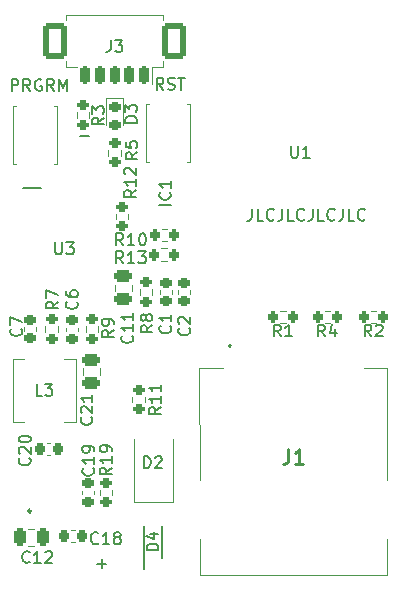
<source format=gto>
%TF.GenerationSoftware,KiCad,Pcbnew,6.0.7-f9a2dced07~116~ubuntu20.04.1*%
%TF.CreationDate,2022-09-12T22:11:20+02:00*%
%TF.ProjectId,han_to_wifi_board,68616e5f-746f-45f7-9769-66695f626f61,rev?*%
%TF.SameCoordinates,Original*%
%TF.FileFunction,Legend,Top*%
%TF.FilePolarity,Positive*%
%FSLAX46Y46*%
G04 Gerber Fmt 4.6, Leading zero omitted, Abs format (unit mm)*
G04 Created by KiCad (PCBNEW 6.0.7-f9a2dced07~116~ubuntu20.04.1) date 2022-09-12 22:11:20*
%MOMM*%
%LPD*%
G01*
G04 APERTURE LIST*
G04 Aperture macros list*
%AMRoundRect*
0 Rectangle with rounded corners*
0 $1 Rounding radius*
0 $2 $3 $4 $5 $6 $7 $8 $9 X,Y pos of 4 corners*
0 Add a 4 corners polygon primitive as box body*
4,1,4,$2,$3,$4,$5,$6,$7,$8,$9,$2,$3,0*
0 Add four circle primitives for the rounded corners*
1,1,$1+$1,$2,$3*
1,1,$1+$1,$4,$5*
1,1,$1+$1,$6,$7*
1,1,$1+$1,$8,$9*
0 Add four rect primitives between the rounded corners*
20,1,$1+$1,$2,$3,$4,$5,0*
20,1,$1+$1,$4,$5,$6,$7,0*
20,1,$1+$1,$6,$7,$8,$9,0*
20,1,$1+$1,$8,$9,$2,$3,0*%
G04 Aperture macros list end*
%ADD10C,0.150000*%
%ADD11C,0.254000*%
%ADD12C,0.200000*%
%ADD13C,0.120000*%
%ADD14C,0.100000*%
%ADD15C,0.250000*%
%ADD16R,1.550000X0.650000*%
%ADD17RoundRect,0.200000X-0.275000X0.200000X-0.275000X-0.200000X0.275000X-0.200000X0.275000X0.200000X0*%
%ADD18RoundRect,0.200000X0.200000X0.275000X-0.200000X0.275000X-0.200000X-0.275000X0.200000X-0.275000X0*%
%ADD19RoundRect,0.250000X0.475000X-0.250000X0.475000X0.250000X-0.475000X0.250000X-0.475000X-0.250000X0*%
%ADD20RoundRect,0.200000X-0.200000X-0.275000X0.200000X-0.275000X0.200000X0.275000X-0.200000X0.275000X0*%
%ADD21R,0.800000X1.150000*%
%ADD22RoundRect,0.225000X-0.250000X0.225000X-0.250000X-0.225000X0.250000X-0.225000X0.250000X0.225000X0*%
%ADD23RoundRect,0.218750X-0.256250X0.218750X-0.256250X-0.218750X0.256250X-0.218750X0.256250X0.218750X0*%
%ADD24R,2.500000X1.000000*%
%ADD25R,1.000000X1.800000*%
%ADD26C,1.524000*%
%ADD27RoundRect,0.250000X-0.250000X-0.475000X0.250000X-0.475000X0.250000X0.475000X-0.250000X0.475000X0*%
%ADD28R,1.800000X2.500000*%
%ADD29RoundRect,0.225000X0.250000X-0.225000X0.250000X0.225000X-0.250000X0.225000X-0.250000X-0.225000X0*%
%ADD30R,1.000000X1.450000*%
%ADD31RoundRect,0.200000X0.275000X-0.200000X0.275000X0.200000X-0.275000X0.200000X-0.275000X-0.200000X0*%
%ADD32R,0.760000X4.750000*%
%ADD33R,2.240000X3.510000*%
%ADD34R,0.600000X1.200000*%
%ADD35RoundRect,0.225000X-0.225000X-0.250000X0.225000X-0.250000X0.225000X0.250000X-0.225000X0.250000X0*%
%ADD36R,2.790000X1.903000*%
%ADD37R,0.300000X0.850000*%
%ADD38R,0.850000X0.300000*%
%ADD39R,1.250000X1.250000*%
%ADD40RoundRect,0.225000X0.225000X0.250000X-0.225000X0.250000X-0.225000X-0.250000X0.225000X-0.250000X0*%
%ADD41RoundRect,0.250000X-0.475000X0.250000X-0.475000X-0.250000X0.475000X-0.250000X0.475000X0.250000X0*%
%ADD42RoundRect,0.200000X0.200000X0.600000X-0.200000X0.600000X-0.200000X-0.600000X0.200000X-0.600000X0*%
%ADD43RoundRect,0.250001X0.799999X1.249999X-0.799999X1.249999X-0.799999X-1.249999X0.799999X-1.249999X0*%
G04 APERTURE END LIST*
D10*
X135980952Y-41452380D02*
X135980952Y-42166666D01*
X135933333Y-42309523D01*
X135838095Y-42404761D01*
X135695238Y-42452380D01*
X135600000Y-42452380D01*
X136933333Y-42452380D02*
X136457142Y-42452380D01*
X136457142Y-41452380D01*
X137838095Y-42357142D02*
X137790476Y-42404761D01*
X137647619Y-42452380D01*
X137552380Y-42452380D01*
X137409523Y-42404761D01*
X137314285Y-42309523D01*
X137266666Y-42214285D01*
X137219047Y-42023809D01*
X137219047Y-41880952D01*
X137266666Y-41690476D01*
X137314285Y-41595238D01*
X137409523Y-41500000D01*
X137552380Y-41452380D01*
X137647619Y-41452380D01*
X137790476Y-41500000D01*
X137838095Y-41547619D01*
X138552380Y-41452380D02*
X138552380Y-42166666D01*
X138504761Y-42309523D01*
X138409523Y-42404761D01*
X138266666Y-42452380D01*
X138171428Y-42452380D01*
X139504761Y-42452380D02*
X139028571Y-42452380D01*
X139028571Y-41452380D01*
X140409523Y-42357142D02*
X140361904Y-42404761D01*
X140219047Y-42452380D01*
X140123809Y-42452380D01*
X139980952Y-42404761D01*
X139885714Y-42309523D01*
X139838095Y-42214285D01*
X139790476Y-42023809D01*
X139790476Y-41880952D01*
X139838095Y-41690476D01*
X139885714Y-41595238D01*
X139980952Y-41500000D01*
X140123809Y-41452380D01*
X140219047Y-41452380D01*
X140361904Y-41500000D01*
X140409523Y-41547619D01*
X141123809Y-41452380D02*
X141123809Y-42166666D01*
X141076190Y-42309523D01*
X140980952Y-42404761D01*
X140838095Y-42452380D01*
X140742857Y-42452380D01*
X142076190Y-42452380D02*
X141600000Y-42452380D01*
X141600000Y-41452380D01*
X142980952Y-42357142D02*
X142933333Y-42404761D01*
X142790476Y-42452380D01*
X142695238Y-42452380D01*
X142552380Y-42404761D01*
X142457142Y-42309523D01*
X142409523Y-42214285D01*
X142361904Y-42023809D01*
X142361904Y-41880952D01*
X142409523Y-41690476D01*
X142457142Y-41595238D01*
X142552380Y-41500000D01*
X142695238Y-41452380D01*
X142790476Y-41452380D01*
X142933333Y-41500000D01*
X142980952Y-41547619D01*
X143695238Y-41452380D02*
X143695238Y-42166666D01*
X143647619Y-42309523D01*
X143552380Y-42404761D01*
X143409523Y-42452380D01*
X143314285Y-42452380D01*
X144647619Y-42452380D02*
X144171428Y-42452380D01*
X144171428Y-41452380D01*
X145552380Y-42357142D02*
X145504761Y-42404761D01*
X145361904Y-42452380D01*
X145266666Y-42452380D01*
X145123809Y-42404761D01*
X145028571Y-42309523D01*
X144980952Y-42214285D01*
X144933333Y-42023809D01*
X144933333Y-41880952D01*
X144980952Y-41690476D01*
X145028571Y-41595238D01*
X145123809Y-41500000D01*
X145266666Y-41452380D01*
X145361904Y-41452380D01*
X145504761Y-41500000D01*
X145552380Y-41547619D01*
%TO.C,U3*%
X119329295Y-44308780D02*
X119329295Y-45118304D01*
X119376914Y-45213542D01*
X119424533Y-45261161D01*
X119519771Y-45308780D01*
X119710247Y-45308780D01*
X119805485Y-45261161D01*
X119853104Y-45213542D01*
X119900723Y-45118304D01*
X119900723Y-44308780D01*
X120281676Y-44308780D02*
X120900723Y-44308780D01*
X120567390Y-44689733D01*
X120710247Y-44689733D01*
X120805485Y-44737352D01*
X120853104Y-44784971D01*
X120900723Y-44880209D01*
X120900723Y-45118304D01*
X120853104Y-45213542D01*
X120805485Y-45261161D01*
X120710247Y-45308780D01*
X120424533Y-45308780D01*
X120329295Y-45261161D01*
X120281676Y-45213542D01*
%TO.C,R7*%
X119578380Y-49315666D02*
X119102190Y-49649000D01*
X119578380Y-49887095D02*
X118578380Y-49887095D01*
X118578380Y-49506142D01*
X118626000Y-49410904D01*
X118673619Y-49363285D01*
X118768857Y-49315666D01*
X118911714Y-49315666D01*
X119006952Y-49363285D01*
X119054571Y-49410904D01*
X119102190Y-49506142D01*
X119102190Y-49887095D01*
X118578380Y-48982333D02*
X118578380Y-48315666D01*
X119578380Y-48744238D01*
%TO.C,R2*%
X146086533Y-52268380D02*
X145753200Y-51792190D01*
X145515104Y-52268380D02*
X145515104Y-51268380D01*
X145896057Y-51268380D01*
X145991295Y-51316000D01*
X146038914Y-51363619D01*
X146086533Y-51458857D01*
X146086533Y-51601714D01*
X146038914Y-51696952D01*
X145991295Y-51744571D01*
X145896057Y-51792190D01*
X145515104Y-51792190D01*
X146467485Y-51363619D02*
X146515104Y-51316000D01*
X146610342Y-51268380D01*
X146848438Y-51268380D01*
X146943676Y-51316000D01*
X146991295Y-51363619D01*
X147038914Y-51458857D01*
X147038914Y-51554095D01*
X146991295Y-51696952D01*
X146419866Y-52268380D01*
X147038914Y-52268380D01*
%TO.C,R10*%
X125087142Y-44546780D02*
X124753809Y-44070590D01*
X124515714Y-44546780D02*
X124515714Y-43546780D01*
X124896666Y-43546780D01*
X124991904Y-43594400D01*
X125039523Y-43642019D01*
X125087142Y-43737257D01*
X125087142Y-43880114D01*
X125039523Y-43975352D01*
X124991904Y-44022971D01*
X124896666Y-44070590D01*
X124515714Y-44070590D01*
X126039523Y-44546780D02*
X125468095Y-44546780D01*
X125753809Y-44546780D02*
X125753809Y-43546780D01*
X125658571Y-43689638D01*
X125563333Y-43784876D01*
X125468095Y-43832495D01*
X126658571Y-43546780D02*
X126753809Y-43546780D01*
X126849047Y-43594400D01*
X126896666Y-43642019D01*
X126944285Y-43737257D01*
X126991904Y-43927733D01*
X126991904Y-44165828D01*
X126944285Y-44356304D01*
X126896666Y-44451542D01*
X126849047Y-44499161D01*
X126753809Y-44546780D01*
X126658571Y-44546780D01*
X126563333Y-44499161D01*
X126515714Y-44451542D01*
X126468095Y-44356304D01*
X126420476Y-44165828D01*
X126420476Y-43927733D01*
X126468095Y-43737257D01*
X126515714Y-43642019D01*
X126563333Y-43594400D01*
X126658571Y-43546780D01*
%TO.C,C21*%
X122378742Y-59113657D02*
X122426361Y-59161276D01*
X122473980Y-59304133D01*
X122473980Y-59399371D01*
X122426361Y-59542228D01*
X122331123Y-59637466D01*
X122235885Y-59685085D01*
X122045409Y-59732704D01*
X121902552Y-59732704D01*
X121712076Y-59685085D01*
X121616838Y-59637466D01*
X121521600Y-59542228D01*
X121473980Y-59399371D01*
X121473980Y-59304133D01*
X121521600Y-59161276D01*
X121569219Y-59113657D01*
X121569219Y-58732704D02*
X121521600Y-58685085D01*
X121473980Y-58589847D01*
X121473980Y-58351752D01*
X121521600Y-58256514D01*
X121569219Y-58208895D01*
X121664457Y-58161276D01*
X121759695Y-58161276D01*
X121902552Y-58208895D01*
X122473980Y-58780323D01*
X122473980Y-58161276D01*
X122473980Y-57208895D02*
X122473980Y-57780323D01*
X122473980Y-57494609D02*
X121473980Y-57494609D01*
X121616838Y-57589847D01*
X121712076Y-57685085D01*
X121759695Y-57780323D01*
%TO.C,R13*%
X125087142Y-46070780D02*
X124753809Y-45594590D01*
X124515714Y-46070780D02*
X124515714Y-45070780D01*
X124896666Y-45070780D01*
X124991904Y-45118400D01*
X125039523Y-45166019D01*
X125087142Y-45261257D01*
X125087142Y-45404114D01*
X125039523Y-45499352D01*
X124991904Y-45546971D01*
X124896666Y-45594590D01*
X124515714Y-45594590D01*
X126039523Y-46070780D02*
X125468095Y-46070780D01*
X125753809Y-46070780D02*
X125753809Y-45070780D01*
X125658571Y-45213638D01*
X125563333Y-45308876D01*
X125468095Y-45356495D01*
X126372857Y-45070780D02*
X126991904Y-45070780D01*
X126658571Y-45451733D01*
X126801428Y-45451733D01*
X126896666Y-45499352D01*
X126944285Y-45546971D01*
X126991904Y-45642209D01*
X126991904Y-45880304D01*
X126944285Y-45975542D01*
X126896666Y-46023161D01*
X126801428Y-46070780D01*
X126515714Y-46070780D01*
X126420476Y-46023161D01*
X126372857Y-45975542D01*
%TO.C,D4*%
X128061980Y-70384895D02*
X127061980Y-70384895D01*
X127061980Y-70146800D01*
X127109600Y-70003942D01*
X127204838Y-69908704D01*
X127300076Y-69861085D01*
X127490552Y-69813466D01*
X127633409Y-69813466D01*
X127823885Y-69861085D01*
X127919123Y-69908704D01*
X128014361Y-70003942D01*
X128061980Y-70146800D01*
X128061980Y-70384895D01*
X127395314Y-68956323D02*
X128061980Y-68956323D01*
X127014361Y-69194419D02*
X127728647Y-69432514D01*
X127728647Y-68813466D01*
%TO.C,C19*%
X122531142Y-63431657D02*
X122578761Y-63479276D01*
X122626380Y-63622133D01*
X122626380Y-63717371D01*
X122578761Y-63860228D01*
X122483523Y-63955466D01*
X122388285Y-64003085D01*
X122197809Y-64050704D01*
X122054952Y-64050704D01*
X121864476Y-64003085D01*
X121769238Y-63955466D01*
X121674000Y-63860228D01*
X121626380Y-63717371D01*
X121626380Y-63622133D01*
X121674000Y-63479276D01*
X121721619Y-63431657D01*
X122626380Y-62479276D02*
X122626380Y-63050704D01*
X122626380Y-62764990D02*
X121626380Y-62764990D01*
X121769238Y-62860228D01*
X121864476Y-62955466D01*
X121912095Y-63050704D01*
X122626380Y-62003085D02*
X122626380Y-61812609D01*
X122578761Y-61717371D01*
X122531142Y-61669752D01*
X122388285Y-61574514D01*
X122197809Y-61526895D01*
X121816857Y-61526895D01*
X121721619Y-61574514D01*
X121674000Y-61622133D01*
X121626380Y-61717371D01*
X121626380Y-61907847D01*
X121674000Y-62003085D01*
X121721619Y-62050704D01*
X121816857Y-62098323D01*
X122054952Y-62098323D01*
X122150190Y-62050704D01*
X122197809Y-62003085D01*
X122245428Y-61907847D01*
X122245428Y-61717371D01*
X122197809Y-61622133D01*
X122150190Y-61574514D01*
X122054952Y-61526895D01*
%TO.C,D3*%
X126233180Y-34164495D02*
X125233180Y-34164495D01*
X125233180Y-33926400D01*
X125280800Y-33783542D01*
X125376038Y-33688304D01*
X125471276Y-33640685D01*
X125661752Y-33593066D01*
X125804609Y-33593066D01*
X125995085Y-33640685D01*
X126090323Y-33688304D01*
X126185561Y-33783542D01*
X126233180Y-33926400D01*
X126233180Y-34164495D01*
X125233180Y-33259733D02*
X125233180Y-32640685D01*
X125614133Y-32974019D01*
X125614133Y-32831161D01*
X125661752Y-32735923D01*
X125709371Y-32688304D01*
X125804609Y-32640685D01*
X126042704Y-32640685D01*
X126137942Y-32688304D01*
X126185561Y-32735923D01*
X126233180Y-32831161D01*
X126233180Y-33116876D01*
X126185561Y-33212114D01*
X126137942Y-33259733D01*
%TO.C,U1*%
X139311095Y-36129380D02*
X139311095Y-36938904D01*
X139358714Y-37034142D01*
X139406333Y-37081761D01*
X139501571Y-37129380D01*
X139692047Y-37129380D01*
X139787285Y-37081761D01*
X139834904Y-37034142D01*
X139882523Y-36938904D01*
X139882523Y-36129380D01*
X140882523Y-37129380D02*
X140311095Y-37129380D01*
X140596809Y-37129380D02*
X140596809Y-36129380D01*
X140501571Y-36272238D01*
X140406333Y-36367476D01*
X140311095Y-36415095D01*
%TO.C,C3*%
X123261428Y-71881952D02*
X123261428Y-71120047D01*
X123642380Y-71501000D02*
X122880476Y-71501000D01*
X122148552Y-35259971D02*
X121386647Y-35259971D01*
%TO.C,C12*%
X117157142Y-71357142D02*
X117109523Y-71404761D01*
X116966666Y-71452380D01*
X116871428Y-71452380D01*
X116728571Y-71404761D01*
X116633333Y-71309523D01*
X116585714Y-71214285D01*
X116538095Y-71023809D01*
X116538095Y-70880952D01*
X116585714Y-70690476D01*
X116633333Y-70595238D01*
X116728571Y-70500000D01*
X116871428Y-70452380D01*
X116966666Y-70452380D01*
X117109523Y-70500000D01*
X117157142Y-70547619D01*
X118109523Y-71452380D02*
X117538095Y-71452380D01*
X117823809Y-71452380D02*
X117823809Y-70452380D01*
X117728571Y-70595238D01*
X117633333Y-70690476D01*
X117538095Y-70738095D01*
X118490476Y-70547619D02*
X118538095Y-70500000D01*
X118633333Y-70452380D01*
X118871428Y-70452380D01*
X118966666Y-70500000D01*
X119014285Y-70547619D01*
X119061904Y-70642857D01*
X119061904Y-70738095D01*
X119014285Y-70880952D01*
X118442857Y-71452380D01*
X119061904Y-71452380D01*
%TO.C,C2*%
X130655542Y-51566666D02*
X130703161Y-51614285D01*
X130750780Y-51757142D01*
X130750780Y-51852380D01*
X130703161Y-51995238D01*
X130607923Y-52090476D01*
X130512685Y-52138095D01*
X130322209Y-52185714D01*
X130179352Y-52185714D01*
X129988876Y-52138095D01*
X129893638Y-52090476D01*
X129798400Y-51995238D01*
X129750780Y-51852380D01*
X129750780Y-51757142D01*
X129798400Y-51614285D01*
X129846019Y-51566666D01*
X129846019Y-51185714D02*
X129798400Y-51138095D01*
X129750780Y-51042857D01*
X129750780Y-50804761D01*
X129798400Y-50709523D01*
X129846019Y-50661904D01*
X129941257Y-50614285D01*
X130036495Y-50614285D01*
X130179352Y-50661904D01*
X130750780Y-51233333D01*
X130750780Y-50614285D01*
%TO.C,D2*%
X126833504Y-63427180D02*
X126833504Y-62427180D01*
X127071600Y-62427180D01*
X127214457Y-62474800D01*
X127309695Y-62570038D01*
X127357314Y-62665276D01*
X127404933Y-62855752D01*
X127404933Y-62998609D01*
X127357314Y-63189085D01*
X127309695Y-63284323D01*
X127214457Y-63379561D01*
X127071600Y-63427180D01*
X126833504Y-63427180D01*
X127785885Y-62522419D02*
X127833504Y-62474800D01*
X127928742Y-62427180D01*
X128166838Y-62427180D01*
X128262076Y-62474800D01*
X128309695Y-62522419D01*
X128357314Y-62617657D01*
X128357314Y-62712895D01*
X128309695Y-62855752D01*
X127738266Y-63427180D01*
X128357314Y-63427180D01*
%TO.C,R11*%
X128272780Y-58250057D02*
X127796590Y-58583390D01*
X128272780Y-58821485D02*
X127272780Y-58821485D01*
X127272780Y-58440533D01*
X127320400Y-58345295D01*
X127368019Y-58297676D01*
X127463257Y-58250057D01*
X127606114Y-58250057D01*
X127701352Y-58297676D01*
X127748971Y-58345295D01*
X127796590Y-58440533D01*
X127796590Y-58821485D01*
X128272780Y-57297676D02*
X128272780Y-57869104D01*
X128272780Y-57583390D02*
X127272780Y-57583390D01*
X127415638Y-57678628D01*
X127510876Y-57773866D01*
X127558495Y-57869104D01*
X128272780Y-56345295D02*
X128272780Y-56916723D01*
X128272780Y-56631009D02*
X127272780Y-56631009D01*
X127415638Y-56726247D01*
X127510876Y-56821485D01*
X127558495Y-56916723D01*
%TO.C,C7*%
X116435142Y-51601666D02*
X116482761Y-51649285D01*
X116530380Y-51792142D01*
X116530380Y-51887380D01*
X116482761Y-52030238D01*
X116387523Y-52125476D01*
X116292285Y-52173095D01*
X116101809Y-52220714D01*
X115958952Y-52220714D01*
X115768476Y-52173095D01*
X115673238Y-52125476D01*
X115578000Y-52030238D01*
X115530380Y-51887380D01*
X115530380Y-51792142D01*
X115578000Y-51649285D01*
X115625619Y-51601666D01*
X115530380Y-51268333D02*
X115530380Y-50601666D01*
X116530380Y-51030238D01*
%TO.C,RST*%
X128484380Y-31379980D02*
X128151047Y-30903790D01*
X127912952Y-31379980D02*
X127912952Y-30379980D01*
X128293904Y-30379980D01*
X128389142Y-30427600D01*
X128436761Y-30475219D01*
X128484380Y-30570457D01*
X128484380Y-30713314D01*
X128436761Y-30808552D01*
X128389142Y-30856171D01*
X128293904Y-30903790D01*
X127912952Y-30903790D01*
X128865333Y-31332361D02*
X129008190Y-31379980D01*
X129246285Y-31379980D01*
X129341523Y-31332361D01*
X129389142Y-31284742D01*
X129436761Y-31189504D01*
X129436761Y-31094266D01*
X129389142Y-30999028D01*
X129341523Y-30951409D01*
X129246285Y-30903790D01*
X129055809Y-30856171D01*
X128960571Y-30808552D01*
X128912952Y-30760933D01*
X128865333Y-30665695D01*
X128865333Y-30570457D01*
X128912952Y-30475219D01*
X128960571Y-30427600D01*
X129055809Y-30379980D01*
X129293904Y-30379980D01*
X129436761Y-30427600D01*
X129722476Y-30379980D02*
X130293904Y-30379980D01*
X130008190Y-31379980D02*
X130008190Y-30379980D01*
%TO.C,R8*%
X127553980Y-51322266D02*
X127077790Y-51655600D01*
X127553980Y-51893695D02*
X126553980Y-51893695D01*
X126553980Y-51512742D01*
X126601600Y-51417504D01*
X126649219Y-51369885D01*
X126744457Y-51322266D01*
X126887314Y-51322266D01*
X126982552Y-51369885D01*
X127030171Y-51417504D01*
X127077790Y-51512742D01*
X127077790Y-51893695D01*
X126982552Y-50750838D02*
X126934933Y-50846076D01*
X126887314Y-50893695D01*
X126792076Y-50941314D01*
X126744457Y-50941314D01*
X126649219Y-50893695D01*
X126601600Y-50846076D01*
X126553980Y-50750838D01*
X126553980Y-50560361D01*
X126601600Y-50465123D01*
X126649219Y-50417504D01*
X126744457Y-50369885D01*
X126792076Y-50369885D01*
X126887314Y-50417504D01*
X126934933Y-50465123D01*
X126982552Y-50560361D01*
X126982552Y-50750838D01*
X127030171Y-50846076D01*
X127077790Y-50893695D01*
X127173028Y-50941314D01*
X127363504Y-50941314D01*
X127458742Y-50893695D01*
X127506361Y-50846076D01*
X127553980Y-50750838D01*
X127553980Y-50560361D01*
X127506361Y-50465123D01*
X127458742Y-50417504D01*
X127363504Y-50369885D01*
X127173028Y-50369885D01*
X127077790Y-50417504D01*
X127030171Y-50465123D01*
X126982552Y-50560361D01*
D11*
%TO.C,J1*%
X139073466Y-61788523D02*
X139073466Y-62695666D01*
X139012990Y-62877095D01*
X138892038Y-62998047D01*
X138710609Y-63058523D01*
X138589657Y-63058523D01*
X140343466Y-63058523D02*
X139617752Y-63058523D01*
X139980609Y-63058523D02*
X139980609Y-61788523D01*
X139859657Y-61969952D01*
X139738704Y-62090904D01*
X139617752Y-62151380D01*
D10*
%TO.C,R4*%
X142174933Y-52268380D02*
X141841600Y-51792190D01*
X141603504Y-52268380D02*
X141603504Y-51268380D01*
X141984457Y-51268380D01*
X142079695Y-51316000D01*
X142127314Y-51363619D01*
X142174933Y-51458857D01*
X142174933Y-51601714D01*
X142127314Y-51696952D01*
X142079695Y-51744571D01*
X141984457Y-51792190D01*
X141603504Y-51792190D01*
X143032076Y-51601714D02*
X143032076Y-52268380D01*
X142793980Y-51220761D02*
X142555885Y-51935047D01*
X143174933Y-51935047D01*
%TO.C,IC1*%
X129128780Y-41108190D02*
X128128780Y-41108190D01*
X129033542Y-40060571D02*
X129081161Y-40108190D01*
X129128780Y-40251047D01*
X129128780Y-40346285D01*
X129081161Y-40489142D01*
X128985923Y-40584380D01*
X128890685Y-40632000D01*
X128700209Y-40679619D01*
X128557352Y-40679619D01*
X128366876Y-40632000D01*
X128271638Y-40584380D01*
X128176400Y-40489142D01*
X128128780Y-40346285D01*
X128128780Y-40251047D01*
X128176400Y-40108190D01*
X128224019Y-40060571D01*
X129128780Y-39108190D02*
X129128780Y-39679619D01*
X129128780Y-39393904D02*
X128128780Y-39393904D01*
X128271638Y-39489142D01*
X128366876Y-39584380D01*
X128414495Y-39679619D01*
%TO.C,R12*%
X126182380Y-39885857D02*
X125706190Y-40219190D01*
X126182380Y-40457285D02*
X125182380Y-40457285D01*
X125182380Y-40076333D01*
X125230000Y-39981095D01*
X125277619Y-39933476D01*
X125372857Y-39885857D01*
X125515714Y-39885857D01*
X125610952Y-39933476D01*
X125658571Y-39981095D01*
X125706190Y-40076333D01*
X125706190Y-40457285D01*
X126182380Y-38933476D02*
X126182380Y-39504904D01*
X126182380Y-39219190D02*
X125182380Y-39219190D01*
X125325238Y-39314428D01*
X125420476Y-39409666D01*
X125468095Y-39504904D01*
X125277619Y-38552523D02*
X125230000Y-38504904D01*
X125182380Y-38409666D01*
X125182380Y-38171571D01*
X125230000Y-38076333D01*
X125277619Y-38028714D01*
X125372857Y-37981095D01*
X125468095Y-37981095D01*
X125610952Y-38028714D01*
X126182380Y-38600142D01*
X126182380Y-37981095D01*
%TO.C,C20*%
X117146342Y-62568057D02*
X117193961Y-62615676D01*
X117241580Y-62758533D01*
X117241580Y-62853771D01*
X117193961Y-62996628D01*
X117098723Y-63091866D01*
X117003485Y-63139485D01*
X116813009Y-63187104D01*
X116670152Y-63187104D01*
X116479676Y-63139485D01*
X116384438Y-63091866D01*
X116289200Y-62996628D01*
X116241580Y-62853771D01*
X116241580Y-62758533D01*
X116289200Y-62615676D01*
X116336819Y-62568057D01*
X116336819Y-62187104D02*
X116289200Y-62139485D01*
X116241580Y-62044247D01*
X116241580Y-61806152D01*
X116289200Y-61710914D01*
X116336819Y-61663295D01*
X116432057Y-61615676D01*
X116527295Y-61615676D01*
X116670152Y-61663295D01*
X117241580Y-62234723D01*
X117241580Y-61615676D01*
X116241580Y-60996628D02*
X116241580Y-60901390D01*
X116289200Y-60806152D01*
X116336819Y-60758533D01*
X116432057Y-60710914D01*
X116622533Y-60663295D01*
X116860628Y-60663295D01*
X117051104Y-60710914D01*
X117146342Y-60758533D01*
X117193961Y-60806152D01*
X117241580Y-60901390D01*
X117241580Y-60996628D01*
X117193961Y-61091866D01*
X117146342Y-61139485D01*
X117051104Y-61187104D01*
X116860628Y-61234723D01*
X116622533Y-61234723D01*
X116432057Y-61187104D01*
X116336819Y-61139485D01*
X116289200Y-61091866D01*
X116241580Y-60996628D01*
%TO.C,R9*%
X124277380Y-51728666D02*
X123801190Y-52062000D01*
X124277380Y-52300095D02*
X123277380Y-52300095D01*
X123277380Y-51919142D01*
X123325000Y-51823904D01*
X123372619Y-51776285D01*
X123467857Y-51728666D01*
X123610714Y-51728666D01*
X123705952Y-51776285D01*
X123753571Y-51823904D01*
X123801190Y-51919142D01*
X123801190Y-52300095D01*
X124277380Y-51252476D02*
X124277380Y-51062000D01*
X124229761Y-50966761D01*
X124182142Y-50919142D01*
X124039285Y-50823904D01*
X123848809Y-50776285D01*
X123467857Y-50776285D01*
X123372619Y-50823904D01*
X123325000Y-50871523D01*
X123277380Y-50966761D01*
X123277380Y-51157238D01*
X123325000Y-51252476D01*
X123372619Y-51300095D01*
X123467857Y-51347714D01*
X123705952Y-51347714D01*
X123801190Y-51300095D01*
X123848809Y-51252476D01*
X123896428Y-51157238D01*
X123896428Y-50966761D01*
X123848809Y-50871523D01*
X123801190Y-50823904D01*
X123705952Y-50776285D01*
%TO.C,C1*%
X129055542Y-51366666D02*
X129103161Y-51414285D01*
X129150780Y-51557142D01*
X129150780Y-51652380D01*
X129103161Y-51795238D01*
X129007923Y-51890476D01*
X128912685Y-51938095D01*
X128722209Y-51985714D01*
X128579352Y-51985714D01*
X128388876Y-51938095D01*
X128293638Y-51890476D01*
X128198400Y-51795238D01*
X128150780Y-51652380D01*
X128150780Y-51557142D01*
X128198400Y-51414285D01*
X128246019Y-51366666D01*
X129150780Y-50414285D02*
X129150780Y-50985714D01*
X129150780Y-50700000D02*
X128150780Y-50700000D01*
X128293638Y-50795238D01*
X128388876Y-50890476D01*
X128436495Y-50985714D01*
%TO.C,PRGRM*%
X115636066Y-31484980D02*
X115636066Y-30484980D01*
X116017019Y-30484980D01*
X116112257Y-30532600D01*
X116159876Y-30580219D01*
X116207495Y-30675457D01*
X116207495Y-30818314D01*
X116159876Y-30913552D01*
X116112257Y-30961171D01*
X116017019Y-31008790D01*
X115636066Y-31008790D01*
X117207495Y-31484980D02*
X116874161Y-31008790D01*
X116636066Y-31484980D02*
X116636066Y-30484980D01*
X117017019Y-30484980D01*
X117112257Y-30532600D01*
X117159876Y-30580219D01*
X117207495Y-30675457D01*
X117207495Y-30818314D01*
X117159876Y-30913552D01*
X117112257Y-30961171D01*
X117017019Y-31008790D01*
X116636066Y-31008790D01*
X118159876Y-30532600D02*
X118064638Y-30484980D01*
X117921780Y-30484980D01*
X117778923Y-30532600D01*
X117683685Y-30627838D01*
X117636066Y-30723076D01*
X117588447Y-30913552D01*
X117588447Y-31056409D01*
X117636066Y-31246885D01*
X117683685Y-31342123D01*
X117778923Y-31437361D01*
X117921780Y-31484980D01*
X118017019Y-31484980D01*
X118159876Y-31437361D01*
X118207495Y-31389742D01*
X118207495Y-31056409D01*
X118017019Y-31056409D01*
X119207495Y-31484980D02*
X118874161Y-31008790D01*
X118636066Y-31484980D02*
X118636066Y-30484980D01*
X119017019Y-30484980D01*
X119112257Y-30532600D01*
X119159876Y-30580219D01*
X119207495Y-30675457D01*
X119207495Y-30818314D01*
X119159876Y-30913552D01*
X119112257Y-30961171D01*
X119017019Y-31008790D01*
X118636066Y-31008790D01*
X119636066Y-31484980D02*
X119636066Y-30484980D01*
X119969400Y-31199266D01*
X120302733Y-30484980D01*
X120302733Y-31484980D01*
%TO.C,L3*%
X118233333Y-57285680D02*
X117757142Y-57285680D01*
X117757142Y-56285680D01*
X118471428Y-56285680D02*
X119090476Y-56285680D01*
X118757142Y-56666633D01*
X118900000Y-56666633D01*
X118995238Y-56714252D01*
X119042857Y-56761871D01*
X119090476Y-56857109D01*
X119090476Y-57095204D01*
X119042857Y-57190442D01*
X118995238Y-57238061D01*
X118900000Y-57285680D01*
X118614285Y-57285680D01*
X118519047Y-57238061D01*
X118471428Y-57190442D01*
%TO.C,R3*%
X123439180Y-33745466D02*
X122962990Y-34078800D01*
X123439180Y-34316895D02*
X122439180Y-34316895D01*
X122439180Y-33935942D01*
X122486800Y-33840704D01*
X122534419Y-33793085D01*
X122629657Y-33745466D01*
X122772514Y-33745466D01*
X122867752Y-33793085D01*
X122915371Y-33840704D01*
X122962990Y-33935942D01*
X122962990Y-34316895D01*
X122439180Y-33412133D02*
X122439180Y-32793085D01*
X122820133Y-33126419D01*
X122820133Y-32983561D01*
X122867752Y-32888323D01*
X122915371Y-32840704D01*
X123010609Y-32793085D01*
X123248704Y-32793085D01*
X123343942Y-32840704D01*
X123391561Y-32888323D01*
X123439180Y-32983561D01*
X123439180Y-33269276D01*
X123391561Y-33364514D01*
X123343942Y-33412133D01*
%TO.C,C18*%
X122966742Y-69757142D02*
X122919123Y-69804761D01*
X122776266Y-69852380D01*
X122681028Y-69852380D01*
X122538171Y-69804761D01*
X122442933Y-69709523D01*
X122395314Y-69614285D01*
X122347695Y-69423809D01*
X122347695Y-69280952D01*
X122395314Y-69090476D01*
X122442933Y-68995238D01*
X122538171Y-68900000D01*
X122681028Y-68852380D01*
X122776266Y-68852380D01*
X122919123Y-68900000D01*
X122966742Y-68947619D01*
X123919123Y-69852380D02*
X123347695Y-69852380D01*
X123633409Y-69852380D02*
X123633409Y-68852380D01*
X123538171Y-68995238D01*
X123442933Y-69090476D01*
X123347695Y-69138095D01*
X124490552Y-69280952D02*
X124395314Y-69233333D01*
X124347695Y-69185714D01*
X124300076Y-69090476D01*
X124300076Y-69042857D01*
X124347695Y-68947619D01*
X124395314Y-68900000D01*
X124490552Y-68852380D01*
X124681028Y-68852380D01*
X124776266Y-68900000D01*
X124823885Y-68947619D01*
X124871504Y-69042857D01*
X124871504Y-69090476D01*
X124823885Y-69185714D01*
X124776266Y-69233333D01*
X124681028Y-69280952D01*
X124490552Y-69280952D01*
X124395314Y-69328571D01*
X124347695Y-69376190D01*
X124300076Y-69471428D01*
X124300076Y-69661904D01*
X124347695Y-69757142D01*
X124395314Y-69804761D01*
X124490552Y-69852380D01*
X124681028Y-69852380D01*
X124776266Y-69804761D01*
X124823885Y-69757142D01*
X124871504Y-69661904D01*
X124871504Y-69471428D01*
X124823885Y-69376190D01*
X124776266Y-69328571D01*
X124681028Y-69280952D01*
%TO.C,R1*%
X138415733Y-52268380D02*
X138082400Y-51792190D01*
X137844304Y-52268380D02*
X137844304Y-51268380D01*
X138225257Y-51268380D01*
X138320495Y-51316000D01*
X138368114Y-51363619D01*
X138415733Y-51458857D01*
X138415733Y-51601714D01*
X138368114Y-51696952D01*
X138320495Y-51744571D01*
X138225257Y-51792190D01*
X137844304Y-51792190D01*
X139368114Y-52268380D02*
X138796685Y-52268380D01*
X139082400Y-52268380D02*
X139082400Y-51268380D01*
X138987161Y-51411238D01*
X138891923Y-51506476D01*
X138796685Y-51554095D01*
%TO.C,R19*%
X124099980Y-63379257D02*
X123623790Y-63712590D01*
X124099980Y-63950685D02*
X123099980Y-63950685D01*
X123099980Y-63569733D01*
X123147600Y-63474495D01*
X123195219Y-63426876D01*
X123290457Y-63379257D01*
X123433314Y-63379257D01*
X123528552Y-63426876D01*
X123576171Y-63474495D01*
X123623790Y-63569733D01*
X123623790Y-63950685D01*
X124099980Y-62426876D02*
X124099980Y-62998304D01*
X124099980Y-62712590D02*
X123099980Y-62712590D01*
X123242838Y-62807828D01*
X123338076Y-62903066D01*
X123385695Y-62998304D01*
X124099980Y-61950685D02*
X124099980Y-61760209D01*
X124052361Y-61664971D01*
X124004742Y-61617352D01*
X123861885Y-61522114D01*
X123671409Y-61474495D01*
X123290457Y-61474495D01*
X123195219Y-61522114D01*
X123147600Y-61569733D01*
X123099980Y-61664971D01*
X123099980Y-61855447D01*
X123147600Y-61950685D01*
X123195219Y-61998304D01*
X123290457Y-62045923D01*
X123528552Y-62045923D01*
X123623790Y-61998304D01*
X123671409Y-61950685D01*
X123719028Y-61855447D01*
X123719028Y-61664971D01*
X123671409Y-61569733D01*
X123623790Y-61522114D01*
X123528552Y-61474495D01*
%TO.C,C11*%
X125833142Y-52204857D02*
X125880761Y-52252476D01*
X125928380Y-52395333D01*
X125928380Y-52490571D01*
X125880761Y-52633428D01*
X125785523Y-52728666D01*
X125690285Y-52776285D01*
X125499809Y-52823904D01*
X125356952Y-52823904D01*
X125166476Y-52776285D01*
X125071238Y-52728666D01*
X124976000Y-52633428D01*
X124928380Y-52490571D01*
X124928380Y-52395333D01*
X124976000Y-52252476D01*
X125023619Y-52204857D01*
X125928380Y-51252476D02*
X125928380Y-51823904D01*
X125928380Y-51538190D02*
X124928380Y-51538190D01*
X125071238Y-51633428D01*
X125166476Y-51728666D01*
X125214095Y-51823904D01*
X125928380Y-50300095D02*
X125928380Y-50871523D01*
X125928380Y-50585809D02*
X124928380Y-50585809D01*
X125071238Y-50681047D01*
X125166476Y-50776285D01*
X125214095Y-50871523D01*
%TO.C,J3*%
X124025066Y-27181180D02*
X124025066Y-27895466D01*
X123977447Y-28038323D01*
X123882209Y-28133561D01*
X123739352Y-28181180D01*
X123644114Y-28181180D01*
X124406019Y-27181180D02*
X125025066Y-27181180D01*
X124691733Y-27562133D01*
X124834590Y-27562133D01*
X124929828Y-27609752D01*
X124977447Y-27657371D01*
X125025066Y-27752609D01*
X125025066Y-27990704D01*
X124977447Y-28085942D01*
X124929828Y-28133561D01*
X124834590Y-28181180D01*
X124548876Y-28181180D01*
X124453638Y-28133561D01*
X124406019Y-28085942D01*
%TO.C,C6*%
X121134142Y-49315666D02*
X121181761Y-49363285D01*
X121229380Y-49506142D01*
X121229380Y-49601380D01*
X121181761Y-49744238D01*
X121086523Y-49839476D01*
X120991285Y-49887095D01*
X120800809Y-49934714D01*
X120657952Y-49934714D01*
X120467476Y-49887095D01*
X120372238Y-49839476D01*
X120277000Y-49744238D01*
X120229380Y-49601380D01*
X120229380Y-49506142D01*
X120277000Y-49363285D01*
X120324619Y-49315666D01*
X120229380Y-48458523D02*
X120229380Y-48649000D01*
X120277000Y-48744238D01*
X120324619Y-48791857D01*
X120467476Y-48887095D01*
X120657952Y-48934714D01*
X121038904Y-48934714D01*
X121134142Y-48887095D01*
X121181761Y-48839476D01*
X121229380Y-48744238D01*
X121229380Y-48553761D01*
X121181761Y-48458523D01*
X121134142Y-48410904D01*
X121038904Y-48363285D01*
X120800809Y-48363285D01*
X120705571Y-48410904D01*
X120657952Y-48458523D01*
X120610333Y-48553761D01*
X120610333Y-48744238D01*
X120657952Y-48839476D01*
X120705571Y-48887095D01*
X120800809Y-48934714D01*
%TO.C,R5*%
X126283980Y-36691866D02*
X125807790Y-37025200D01*
X126283980Y-37263295D02*
X125283980Y-37263295D01*
X125283980Y-36882342D01*
X125331600Y-36787104D01*
X125379219Y-36739485D01*
X125474457Y-36691866D01*
X125617314Y-36691866D01*
X125712552Y-36739485D01*
X125760171Y-36787104D01*
X125807790Y-36882342D01*
X125807790Y-37263295D01*
X125283980Y-35787104D02*
X125283980Y-36263295D01*
X125760171Y-36310914D01*
X125712552Y-36263295D01*
X125664933Y-36168057D01*
X125664933Y-35929961D01*
X125712552Y-35834723D01*
X125760171Y-35787104D01*
X125855409Y-35739485D01*
X126093504Y-35739485D01*
X126188742Y-35787104D01*
X126236361Y-35834723D01*
X126283980Y-35929961D01*
X126283980Y-36168057D01*
X126236361Y-36263295D01*
X126188742Y-36310914D01*
D12*
%TO.C,U3*%
X116591200Y-39736400D02*
X118141200Y-39736400D01*
D13*
%TO.C,R7*%
X119546900Y-51414142D02*
X119546900Y-51888658D01*
X118501900Y-51414142D02*
X118501900Y-51888658D01*
%TO.C,R2*%
X146502658Y-51170100D02*
X146028142Y-51170100D01*
X146502658Y-50125100D02*
X146028142Y-50125100D01*
%TO.C,R10*%
X128824258Y-44210500D02*
X128349742Y-44210500D01*
X128824258Y-43165500D02*
X128349742Y-43165500D01*
%TO.C,C21*%
X123112200Y-55496052D02*
X123112200Y-54973548D01*
X121642200Y-55496052D02*
X121642200Y-54973548D01*
%TO.C,R13*%
X128286742Y-45861500D02*
X128761258Y-45861500D01*
X128286742Y-44816500D02*
X128761258Y-44816500D01*
D12*
%TO.C,D4*%
X126809600Y-71971800D02*
X126809600Y-68301800D01*
X128409600Y-70991800D02*
X128409600Y-68301800D01*
D13*
%TO.C,C19*%
X122582400Y-65340620D02*
X122582400Y-65621780D01*
X121562400Y-65340620D02*
X121562400Y-65621780D01*
%TO.C,D3*%
X123623400Y-32119100D02*
X123623400Y-34404100D01*
X125093400Y-34404100D02*
X125093400Y-32119100D01*
X125093400Y-32119100D02*
X123623400Y-32119100D01*
%TO.C,C12*%
X117051148Y-70026200D02*
X117573652Y-70026200D01*
X117051148Y-68556200D02*
X117573652Y-68556200D01*
%TO.C,C2*%
X129741200Y-48360420D02*
X129741200Y-48641580D01*
X130761200Y-48360420D02*
X130761200Y-48641580D01*
%TO.C,D2*%
X125959600Y-66322400D02*
X125959600Y-60922400D01*
X125959600Y-66322400D02*
X129259600Y-66322400D01*
X129259600Y-66322400D02*
X129259600Y-60922400D01*
%TO.C,R11*%
X126912900Y-57369942D02*
X126912900Y-57844458D01*
X125867900Y-57369942D02*
X125867900Y-57844458D01*
%TO.C,C7*%
X116685600Y-51791180D02*
X116685600Y-51510020D01*
X117705600Y-51791180D02*
X117705600Y-51510020D01*
%TO.C,RST*%
X127019600Y-37527800D02*
X127269600Y-37527800D01*
X127019600Y-32607800D02*
X127019600Y-37527800D01*
X127019600Y-32607800D02*
X127269600Y-32607800D01*
X130489600Y-37527800D02*
X130739600Y-37527800D01*
X130739600Y-37527800D02*
X130739600Y-32607800D01*
X130489600Y-32607800D02*
X130739600Y-32607800D01*
%TO.C,R8*%
X126477500Y-48751258D02*
X126477500Y-48276742D01*
X127522500Y-48751258D02*
X127522500Y-48276742D01*
D14*
%TO.C,J1*%
X133496800Y-54957000D02*
X131496800Y-54957000D01*
X131551800Y-72496000D02*
X131551800Y-69457000D01*
D12*
X134096800Y-52957000D02*
X134096800Y-52957000D01*
X134096800Y-53156000D02*
X134096800Y-53156000D01*
D14*
X147441800Y-54957000D02*
X147441800Y-64457000D01*
X145496800Y-54957000D02*
X147441800Y-54957000D01*
X131496800Y-54957000D02*
X131551800Y-64457000D01*
X147441800Y-69457000D02*
X147441800Y-72496000D01*
X147441800Y-72496000D02*
X131551800Y-72496000D01*
D12*
X134096800Y-52957000D02*
G75*
G03*
X134096800Y-53156000I0J-99500D01*
G01*
X134096800Y-53156000D02*
G75*
G03*
X134096800Y-52957000I0J99500D01*
G01*
D13*
%TO.C,R4*%
X142142942Y-51170100D02*
X142617458Y-51170100D01*
X142142942Y-50125100D02*
X142617458Y-50125100D01*
%TO.C,R12*%
X124445500Y-42338258D02*
X124445500Y-41863742D01*
X125490500Y-42338258D02*
X125490500Y-41863742D01*
%TO.C,C20*%
X118634420Y-61262800D02*
X118915580Y-61262800D01*
X118634420Y-62282800D02*
X118915580Y-62282800D01*
%TO.C,R9*%
X122950500Y-51414142D02*
X122950500Y-51888658D01*
X121905500Y-51414142D02*
X121905500Y-51888658D01*
%TO.C,C1*%
X129186400Y-48360420D02*
X129186400Y-48641580D01*
X128166400Y-48360420D02*
X128166400Y-48641580D01*
%TO.C,PRGRM*%
X115728400Y-32728600D02*
X115728400Y-37648600D01*
X119448400Y-32728600D02*
X119198400Y-32728600D01*
X119448400Y-37648600D02*
X119198400Y-37648600D01*
X115978400Y-37648600D02*
X115728400Y-37648600D01*
X115978400Y-32728600D02*
X115728400Y-32728600D01*
X119448400Y-37648600D02*
X119448400Y-32728600D01*
%TO.C,L3*%
X121054800Y-54193300D02*
X120109800Y-54193300D01*
X115774800Y-54193300D02*
X116719800Y-54193300D01*
X121054800Y-59473300D02*
X121054800Y-54193300D01*
X120109800Y-59473300D02*
X121054800Y-59473300D01*
X116719800Y-59473300D02*
X115774800Y-59473300D01*
X115774800Y-59473300D02*
X115774800Y-54193300D01*
%TO.C,R3*%
X122188500Y-33290742D02*
X122188500Y-33765258D01*
X121143500Y-33290742D02*
X121143500Y-33765258D01*
D15*
%TO.C,IC3*%
X117293800Y-67051400D02*
G75*
G03*
X117293800Y-67051400I-125000J0D01*
G01*
D13*
%TO.C,C18*%
X120965580Y-69699600D02*
X120684420Y-69699600D01*
X120965580Y-68679600D02*
X120684420Y-68679600D01*
%TO.C,R1*%
X138383742Y-50125100D02*
X138858258Y-50125100D01*
X138383742Y-51170100D02*
X138858258Y-51170100D01*
%TO.C,R19*%
X123124700Y-65256142D02*
X123124700Y-65730658D01*
X124169700Y-65256142D02*
X124169700Y-65730658D01*
%TO.C,C11*%
X125830000Y-47871748D02*
X125830000Y-48394252D01*
X124360000Y-47871748D02*
X124360000Y-48394252D01*
%TO.C,J3*%
X128468400Y-25468800D02*
X128468400Y-25018800D01*
X128468400Y-28988800D02*
X128468400Y-29438800D01*
X128468400Y-25018800D02*
X120248400Y-25018800D01*
X120248400Y-29438800D02*
X121198400Y-29438800D01*
X128468400Y-29438800D02*
X127518400Y-29438800D01*
X120248400Y-28988800D02*
X120248400Y-29438800D01*
X120248400Y-25018800D02*
X120248400Y-25468800D01*
X127518400Y-29438800D02*
X127518400Y-30928800D01*
%TO.C,C6*%
X121287000Y-51536020D02*
X121287000Y-51817180D01*
X120267000Y-51536020D02*
X120267000Y-51817180D01*
%TO.C,R5*%
X123835900Y-36478942D02*
X123835900Y-36953458D01*
X124880900Y-36478942D02*
X124880900Y-36953458D01*
%TD*%
%LPC*%
D16*
%TO.C,U3*%
X117366200Y-40411400D03*
X117366200Y-41681400D03*
X117366200Y-42951400D03*
X117366200Y-44221400D03*
X117366200Y-45491400D03*
X117366200Y-46761400D03*
X117366200Y-48031400D03*
X117366200Y-49301400D03*
X122816200Y-49301400D03*
X122816200Y-48031400D03*
X122816200Y-46761400D03*
X122816200Y-45491400D03*
X122816200Y-44221400D03*
X122816200Y-42951400D03*
X122816200Y-41681400D03*
X122816200Y-40411400D03*
%TD*%
D17*
%TO.C,R7*%
X119024400Y-50826400D03*
X119024400Y-52476400D03*
%TD*%
D18*
%TO.C,R2*%
X147090400Y-50647600D03*
X145440400Y-50647600D03*
%TD*%
%TO.C,R10*%
X129412000Y-43688000D03*
X127762000Y-43688000D03*
%TD*%
D19*
%TO.C,C21*%
X122377200Y-56184800D03*
X122377200Y-54284800D03*
%TD*%
D20*
%TO.C,R13*%
X127699000Y-45339000D03*
X129349000Y-45339000D03*
%TD*%
D21*
%TO.C,D4*%
X127609600Y-71396800D03*
X127609600Y-67896800D03*
%TD*%
D22*
%TO.C,C19*%
X122072400Y-64706200D03*
X122072400Y-66256200D03*
%TD*%
D23*
%TO.C,D3*%
X124358400Y-32816600D03*
X124358400Y-34391600D03*
%TD*%
D24*
%TO.C,U1*%
X132481000Y-33261000D03*
X132481000Y-35261000D03*
X132481000Y-37261000D03*
X132481000Y-39261000D03*
X132481000Y-41261000D03*
X132481000Y-43261000D03*
X132481000Y-45261000D03*
X132481000Y-47261000D03*
D25*
X135081000Y-48761000D03*
X137081000Y-48761000D03*
X139081000Y-48761000D03*
X141081000Y-48761000D03*
X143081000Y-48761000D03*
X145081000Y-48761000D03*
D24*
X147681000Y-47261000D03*
X147681000Y-45261000D03*
X147681000Y-43261000D03*
X147681000Y-41261000D03*
X147681000Y-39261000D03*
X147681000Y-37261000D03*
X147681000Y-35261000D03*
X147681000Y-33261000D03*
%TD*%
D26*
%TO.C,C3*%
X121820000Y-71461000D03*
X121820000Y-36461000D03*
%TD*%
D27*
%TO.C,C12*%
X116362400Y-69291200D03*
X118262400Y-69291200D03*
%TD*%
D22*
%TO.C,C2*%
X130251200Y-47726000D03*
X130251200Y-49276000D03*
%TD*%
D28*
%TO.C,D2*%
X127609600Y-64922400D03*
X127609600Y-60922400D03*
%TD*%
D17*
%TO.C,R11*%
X126390400Y-56782200D03*
X126390400Y-58432200D03*
%TD*%
D29*
%TO.C,C7*%
X117195600Y-52425600D03*
X117195600Y-50875600D03*
%TD*%
D30*
%TO.C,RST*%
X128029600Y-32492800D03*
X128029600Y-37642800D03*
X129729600Y-37642800D03*
X129729600Y-32492800D03*
%TD*%
D31*
%TO.C,R8*%
X127000000Y-49339000D03*
X127000000Y-47689000D03*
%TD*%
D32*
%TO.C,J1*%
X135051800Y-54847000D03*
X136321800Y-54847000D03*
X137591800Y-54847000D03*
X138861800Y-54847000D03*
X140131800Y-54847000D03*
X141401800Y-54847000D03*
X142671800Y-54847000D03*
X143941800Y-54847000D03*
D33*
X131036800Y-67027000D03*
X147956800Y-67027000D03*
%TD*%
D20*
%TO.C,R4*%
X141555200Y-50647600D03*
X143205200Y-50647600D03*
%TD*%
D34*
%TO.C,IC1*%
X127726400Y-42042400D03*
X128676400Y-42042400D03*
X129626400Y-42042400D03*
X129626400Y-39542400D03*
X127726400Y-39542400D03*
%TD*%
D31*
%TO.C,R12*%
X124968000Y-42926000D03*
X124968000Y-41276000D03*
%TD*%
D35*
%TO.C,C20*%
X118000000Y-61772800D03*
X119550000Y-61772800D03*
%TD*%
D17*
%TO.C,R9*%
X122428000Y-50826400D03*
X122428000Y-52476400D03*
%TD*%
D22*
%TO.C,C1*%
X128676400Y-47726000D03*
X128676400Y-49276000D03*
%TD*%
D30*
%TO.C,PRGRM*%
X118438400Y-37763600D03*
X118438400Y-32613600D03*
X116738400Y-37763600D03*
X116738400Y-32613600D03*
%TD*%
D36*
%TO.C,L3*%
X118414800Y-59259800D03*
X118414800Y-54406800D03*
%TD*%
D17*
%TO.C,R3*%
X121666000Y-32703000D03*
X121666000Y-34353000D03*
%TD*%
D37*
%TO.C,IC3*%
X117918800Y-66626400D03*
X118418800Y-66626400D03*
X118918800Y-66626400D03*
X119418800Y-66626400D03*
D38*
X120118800Y-65926400D03*
X120118800Y-65426400D03*
X120118800Y-64926400D03*
X120118800Y-64426400D03*
D37*
X119418800Y-63726400D03*
X118918800Y-63726400D03*
X118418800Y-63726400D03*
X117918800Y-63726400D03*
D38*
X117218800Y-64426400D03*
X117218800Y-64926400D03*
X117218800Y-65426400D03*
X117218800Y-65926400D03*
D39*
X118668800Y-65176400D03*
%TD*%
D40*
%TO.C,C18*%
X121600000Y-69189600D03*
X120050000Y-69189600D03*
%TD*%
D20*
%TO.C,R1*%
X137796000Y-50647600D03*
X139446000Y-50647600D03*
%TD*%
D17*
%TO.C,R19*%
X123647200Y-64668400D03*
X123647200Y-66318400D03*
%TD*%
D41*
%TO.C,C11*%
X125095000Y-47183000D03*
X125095000Y-49083000D03*
%TD*%
D42*
%TO.C,J3*%
X126858400Y-30128800D03*
X125608400Y-30128800D03*
X124358400Y-30128800D03*
X123108400Y-30128800D03*
X121858400Y-30128800D03*
D43*
X119308400Y-27228800D03*
X129408400Y-27228800D03*
%TD*%
D22*
%TO.C,C6*%
X120777000Y-50901600D03*
X120777000Y-52451600D03*
%TD*%
D17*
%TO.C,R5*%
X124358400Y-35891200D03*
X124358400Y-37541200D03*
%TD*%
M02*

</source>
